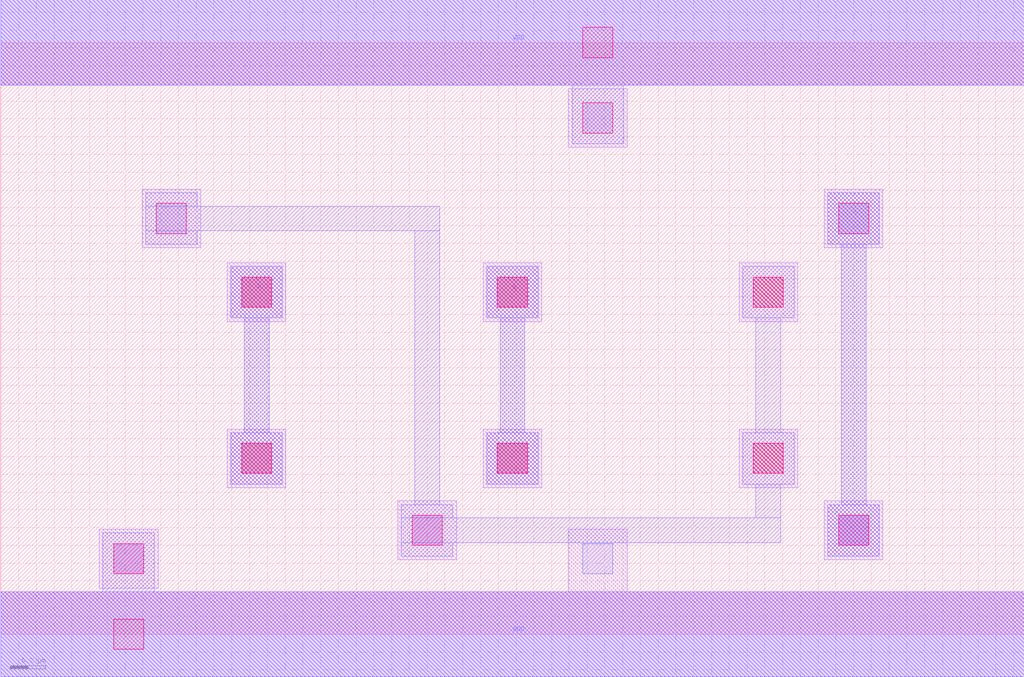
<source format=lef>
MACRO OR2X2
 CLASS CORE ;
 FOREIGN OR2X2 0 0 ;
 SIZE 5.76 BY 3.33 ;
 ORIGIN 0 0 ;
 SYMMETRY X Y R90 ;
 SITE unit ;
  PIN VDD
   DIRECTION INOUT ;
   USE POWER ;
   SHAPE ABUTMENT ;
    PORT
     CLASS CORE ;
       LAYER li1 ;
        RECT 0.00000000 3.09000000 5.76000000 3.57000000 ;
       LAYER met1 ;
        RECT 0.00000000 3.09000000 5.76000000 3.57000000 ;
    END
  END VDD

  PIN GND
   DIRECTION INOUT ;
   USE POWER ;
   SHAPE ABUTMENT ;
    PORT
     CLASS CORE ;
       LAYER li1 ;
        RECT 0.00000000 -0.24000000 5.76000000 0.24000000 ;
       LAYER met1 ;
        RECT 0.00000000 -0.24000000 5.76000000 0.24000000 ;
    END
  END GND

  PIN Y
   DIRECTION INOUT ;
   USE SIGNAL ;
   SHAPE ABUTMENT ;
    PORT
     CLASS CORE ;
       LAYER met1 ;
        RECT 4.65500000 0.44000000 4.94500000 0.73000000 ;
        RECT 4.73000000 0.73000000 4.87000000 2.19500000 ;
        RECT 4.65500000 2.19500000 4.94500000 2.48500000 ;
    END
  END Y

  PIN A
   DIRECTION INOUT ;
   USE SIGNAL ;
   SHAPE ABUTMENT ;
    PORT
     CLASS CORE ;
       LAYER met1 ;
        RECT 1.29500000 0.84500000 1.58500000 1.13500000 ;
        RECT 1.37000000 1.13500000 1.51000000 1.78000000 ;
        RECT 1.29500000 1.78000000 1.58500000 2.07000000 ;
    END
  END A

  PIN B
   DIRECTION INOUT ;
   USE SIGNAL ;
   SHAPE ABUTMENT ;
    PORT
     CLASS CORE ;
       LAYER met1 ;
        RECT 2.73500000 0.84500000 3.02500000 1.13500000 ;
        RECT 2.81000000 1.13500000 2.95000000 1.78000000 ;
        RECT 2.73500000 1.78000000 3.02500000 2.07000000 ;
    END
  END B

 OBS
    LAYER polycont ;
     RECT 1.35500000 0.90500000 1.52500000 1.07500000 ;
     RECT 2.79500000 0.90500000 2.96500000 1.07500000 ;
     RECT 4.23500000 0.90500000 4.40500000 1.07500000 ;
     RECT 1.35500000 1.84000000 1.52500000 2.01000000 ;
     RECT 2.79500000 1.84000000 2.96500000 2.01000000 ;
     RECT 4.23500000 1.84000000 4.40500000 2.01000000 ;

    LAYER pdiffc ;
     RECT 0.87500000 2.25500000 1.04500000 2.42500000 ;
     RECT 4.71500000 2.25500000 4.88500000 2.42500000 ;
     RECT 3.27500000 2.82000000 3.44500000 2.99000000 ;

    LAYER ndiffc ;
     RECT 0.63500000 0.34000000 0.80500000 0.51000000 ;
     RECT 3.27500000 0.34000000 3.44500000 0.51000000 ;
     RECT 2.31500000 0.50000000 2.48500000 0.67000000 ;
     RECT 4.71500000 0.50000000 4.88500000 0.67000000 ;

    LAYER li1 ;
     RECT 0.55500000 0.26000000 0.88500000 0.59000000 ;
     RECT 0.00000000 -0.24000000 5.76000000 0.24000000 ;
     RECT 3.19500000 0.24000000 3.52500000 0.59000000 ;
     RECT 2.23500000 0.42000000 2.56500000 0.75000000 ;
     RECT 4.63500000 0.42000000 4.96500000 0.75000000 ;
     RECT 1.27500000 0.82500000 1.60500000 1.15500000 ;
     RECT 2.71500000 0.82500000 3.04500000 1.15500000 ;
     RECT 4.15500000 0.82500000 4.48500000 1.15500000 ;
     RECT 1.27500000 1.76000000 1.60500000 2.09000000 ;
     RECT 2.71500000 1.76000000 3.04500000 2.09000000 ;
     RECT 4.15500000 1.76000000 4.48500000 2.09000000 ;
     RECT 0.79500000 2.17500000 1.12500000 2.50500000 ;
     RECT 4.63500000 2.17500000 4.96500000 2.50500000 ;
     RECT 3.19500000 2.74000000 3.52500000 3.07000000 ;
     RECT 0.00000000 3.09000000 5.76000000 3.57000000 ;

    LAYER viali ;
     RECT 0.63500000 -0.08500000 0.80500000 0.08500000 ;
     RECT 0.63500000 0.34000000 0.80500000 0.51000000 ;
     RECT 2.31500000 0.50000000 2.48500000 0.67000000 ;
     RECT 4.71500000 0.50000000 4.88500000 0.67000000 ;
     RECT 1.35500000 0.90500000 1.52500000 1.07500000 ;
     RECT 2.79500000 0.90500000 2.96500000 1.07500000 ;
     RECT 4.23500000 0.90500000 4.40500000 1.07500000 ;
     RECT 1.35500000 1.84000000 1.52500000 2.01000000 ;
     RECT 2.79500000 1.84000000 2.96500000 2.01000000 ;
     RECT 4.23500000 1.84000000 4.40500000 2.01000000 ;
     RECT 0.87500000 2.25500000 1.04500000 2.42500000 ;
     RECT 4.71500000 2.25500000 4.88500000 2.42500000 ;
     RECT 3.27500000 2.82000000 3.44500000 2.99000000 ;
     RECT 3.27500000 3.24500000 3.44500000 3.41500000 ;

    LAYER met1 ;
     RECT 0.00000000 -0.24000000 5.76000000 0.24000000 ;
     RECT 0.57500000 0.24000000 0.86500000 0.57000000 ;
     RECT 1.29500000 0.84500000 1.58500000 1.13500000 ;
     RECT 1.37000000 1.13500000 1.51000000 1.78000000 ;
     RECT 1.29500000 1.78000000 1.58500000 2.07000000 ;
     RECT 2.73500000 0.84500000 3.02500000 1.13500000 ;
     RECT 2.81000000 1.13500000 2.95000000 1.78000000 ;
     RECT 2.73500000 1.78000000 3.02500000 2.07000000 ;
     RECT 2.25500000 0.44000000 2.54500000 0.51500000 ;
     RECT 2.25500000 0.51500000 4.39000000 0.65500000 ;
     RECT 2.25500000 0.65500000 2.54500000 0.73000000 ;
     RECT 4.25000000 0.65500000 4.39000000 0.84500000 ;
     RECT 4.17500000 0.84500000 4.46500000 1.13500000 ;
     RECT 4.25000000 1.13500000 4.39000000 1.78000000 ;
     RECT 4.17500000 1.78000000 4.46500000 2.07000000 ;
     RECT 0.81500000 2.19500000 1.10500000 2.27000000 ;
     RECT 2.33000000 0.73000000 2.47000000 2.27000000 ;
     RECT 0.81500000 2.27000000 2.47000000 2.41000000 ;
     RECT 0.81500000 2.41000000 1.10500000 2.48500000 ;
     RECT 4.65500000 0.44000000 4.94500000 0.73000000 ;
     RECT 4.73000000 0.73000000 4.87000000 2.19500000 ;
     RECT 4.65500000 2.19500000 4.94500000 2.48500000 ;
     RECT 3.21500000 2.76000000 3.50500000 3.09000000 ;
     RECT 0.00000000 3.09000000 5.76000000 3.57000000 ;

 END
END OR2X2

</source>
